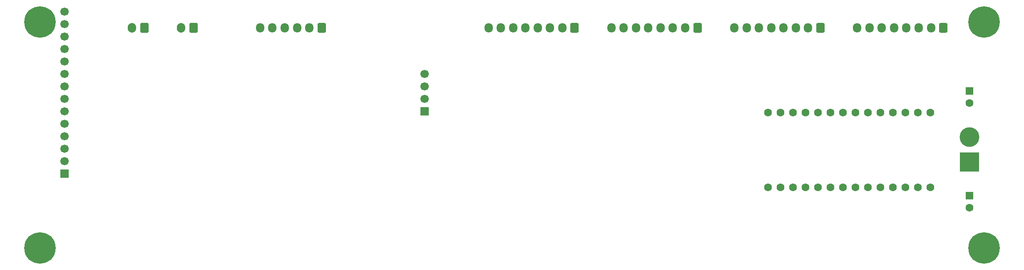
<source format=gbr>
%TF.GenerationSoftware,KiCad,Pcbnew,(6.0.0-0)*%
%TF.CreationDate,2022-02-05T17:25:56+01:00*%
%TF.ProjectId,Mega-Cube-Board,4d656761-2d43-4756-9265-2d426f617264,rev?*%
%TF.SameCoordinates,Original*%
%TF.FileFunction,Soldermask,Bot*%
%TF.FilePolarity,Negative*%
%FSLAX46Y46*%
G04 Gerber Fmt 4.6, Leading zero omitted, Abs format (unit mm)*
G04 Created by KiCad (PCBNEW (6.0.0-0)) date 2022-02-05 17:25:56*
%MOMM*%
%LPD*%
G01*
G04 APERTURE LIST*
G04 Aperture macros list*
%AMRoundRect*
0 Rectangle with rounded corners*
0 $1 Rounding radius*
0 $2 $3 $4 $5 $6 $7 $8 $9 X,Y pos of 4 corners*
0 Add a 4 corners polygon primitive as box body*
4,1,4,$2,$3,$4,$5,$6,$7,$8,$9,$2,$3,0*
0 Add four circle primitives for the rounded corners*
1,1,$1+$1,$2,$3*
1,1,$1+$1,$4,$5*
1,1,$1+$1,$6,$7*
1,1,$1+$1,$8,$9*
0 Add four rect primitives between the rounded corners*
20,1,$1+$1,$2,$3,$4,$5,0*
20,1,$1+$1,$4,$5,$6,$7,0*
20,1,$1+$1,$6,$7,$8,$9,0*
20,1,$1+$1,$8,$9,$2,$3,0*%
G04 Aperture macros list end*
%ADD10RoundRect,0.250000X0.600000X0.725000X-0.600000X0.725000X-0.600000X-0.725000X0.600000X-0.725000X0*%
%ADD11O,1.700000X1.950000*%
%ADD12C,0.800000*%
%ADD13C,6.400000*%
%ADD14R,1.600000X1.600000*%
%ADD15C,1.600000*%
%ADD16C,1.700000*%
%ADD17R,1.700000X1.700000*%
%ADD18R,4.000000X4.000000*%
%ADD19C,4.000000*%
%ADD20RoundRect,0.250000X0.600000X0.750000X-0.600000X0.750000X-0.600000X-0.750000X0.600000X-0.750000X0*%
%ADD21O,1.700000X2.000000*%
G04 APERTURE END LIST*
D10*
%TO.C,J5*%
X-482300000Y-366140000D03*
D11*
X-484800000Y-366140000D03*
X-487300000Y-366140000D03*
X-489800000Y-366140000D03*
X-492300000Y-366140000D03*
X-494800000Y-366140000D03*
X-497300000Y-366140000D03*
X-499800000Y-366140000D03*
%TD*%
D10*
%TO.C,J8*%
X-557300000Y-366140000D03*
D11*
X-559800000Y-366140000D03*
X-562300000Y-366140000D03*
X-564800000Y-366140000D03*
X-567300000Y-366140000D03*
X-569800000Y-366140000D03*
X-572300000Y-366140000D03*
X-574800000Y-366140000D03*
%TD*%
D12*
%TO.C,H4*%
X-666000000Y-367400000D03*
X-668400000Y-365000000D03*
X-664302944Y-366697056D03*
X-667697056Y-363302944D03*
D13*
X-666000000Y-365000000D03*
D12*
X-667697056Y-366697056D03*
X-664302944Y-363302944D03*
X-663600000Y-365000000D03*
X-666000000Y-362600000D03*
%TD*%
D14*
%TO.C,C7*%
X-477000000Y-400347349D03*
D15*
X-477000000Y-402847349D03*
%TD*%
%TO.C,Teensy4.0*%
X-484890000Y-383380000D03*
X-487430000Y-383380000D03*
X-489970000Y-383380000D03*
X-492510000Y-383380000D03*
X-495050000Y-383380000D03*
X-497590000Y-383380000D03*
X-500130000Y-383380000D03*
X-502670000Y-383380000D03*
X-505210000Y-383380000D03*
X-507750000Y-383380000D03*
X-510290000Y-383380000D03*
X-512830000Y-383380000D03*
X-515370000Y-383380000D03*
X-517910000Y-383380000D03*
X-517910000Y-398620000D03*
X-515370000Y-398620000D03*
X-512830000Y-398620000D03*
X-510290000Y-398620000D03*
X-507750000Y-398620000D03*
X-505210000Y-398620000D03*
X-502670000Y-398620000D03*
X-500130000Y-398620000D03*
X-497590000Y-398620000D03*
X-495050000Y-398620000D03*
X-492510000Y-398620000D03*
X-489970000Y-398620000D03*
X-487430000Y-398620000D03*
X-484890000Y-398620000D03*
%TD*%
D10*
%TO.C,J7*%
X-507300000Y-366140000D03*
D11*
X-509800000Y-366140000D03*
X-512300000Y-366140000D03*
X-514800000Y-366140000D03*
X-517300000Y-366140000D03*
X-519800000Y-366140000D03*
X-522300000Y-366140000D03*
X-524800000Y-366140000D03*
%TD*%
D12*
%TO.C,H1*%
X-475697056Y-412697056D03*
X-475697056Y-409302944D03*
D13*
X-474000000Y-411000000D03*
D12*
X-474000000Y-408600000D03*
X-471600000Y-411000000D03*
X-472302944Y-412697056D03*
X-476400000Y-411000000D03*
X-474000000Y-413400000D03*
X-472302944Y-409302944D03*
%TD*%
D16*
%TO.C,U1*%
X-661000000Y-362850000D03*
X-661000000Y-365390000D03*
X-661000000Y-367930000D03*
X-661000000Y-370470000D03*
X-661000000Y-373010000D03*
X-661000000Y-375550000D03*
X-661000000Y-378090000D03*
X-661000000Y-380630000D03*
X-661000000Y-383170000D03*
X-661000000Y-385710000D03*
X-661000000Y-388250000D03*
X-661000000Y-390790000D03*
X-661000000Y-393330000D03*
D17*
X-661000000Y-395870000D03*
D16*
X-587820000Y-375550000D03*
X-587820000Y-378090000D03*
X-587820000Y-380630000D03*
D17*
X-587820000Y-383170000D03*
%TD*%
D12*
%TO.C,H3*%
X-472302944Y-363302944D03*
X-476400000Y-365000000D03*
X-474000000Y-367400000D03*
X-472302944Y-366697056D03*
X-474000000Y-362600000D03*
X-475697056Y-366697056D03*
X-475697056Y-363302944D03*
D13*
X-474000000Y-365000000D03*
D12*
X-471600000Y-365000000D03*
%TD*%
D10*
%TO.C,J4*%
X-608750000Y-366150000D03*
D11*
X-611250000Y-366150000D03*
X-613750000Y-366150000D03*
X-616250000Y-366150000D03*
X-618750000Y-366150000D03*
X-621250000Y-366150000D03*
%TD*%
D18*
%TO.C,J1*%
X-477000000Y-393500000D03*
D19*
X-477000000Y-388420000D03*
%TD*%
D20*
%TO.C,J3*%
X-634800000Y-366150000D03*
D21*
X-637300000Y-366150000D03*
%TD*%
D12*
%TO.C,H2*%
X-666000000Y-408600000D03*
X-664302944Y-409302944D03*
X-663600000Y-411000000D03*
X-667697056Y-412697056D03*
X-668400000Y-411000000D03*
D13*
X-666000000Y-411000000D03*
D12*
X-664302944Y-412697056D03*
X-666000000Y-413400000D03*
X-667697056Y-409302944D03*
%TD*%
D10*
%TO.C,J6*%
X-532300000Y-366140000D03*
D11*
X-534800000Y-366140000D03*
X-537300000Y-366140000D03*
X-539800000Y-366140000D03*
X-542300000Y-366140000D03*
X-544800000Y-366140000D03*
X-547300000Y-366140000D03*
X-549800000Y-366140000D03*
%TD*%
D20*
%TO.C,J2*%
X-644800000Y-366150000D03*
D21*
X-647300000Y-366150000D03*
%TD*%
D14*
%TO.C,C5*%
X-477000000Y-379000000D03*
D15*
X-477000000Y-381500000D03*
%TD*%
M02*

</source>
